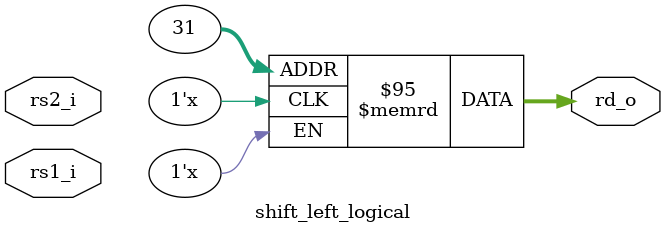
<source format=sv>
module shift_left_logical(
	input logic [31:0] rs1_i, rs2_i,
	output logic [31:0] rd_o
	);
	

	logic [31:0] cond;
	decode_dif DE0(.N_i(rs2_i), .Y_o(cond));
	
	logic [31:0] temp [32];
	
	mux2to1_32bit M0(rs1_i, {  rs1_i[31:1], 1'b0}, cond[0], temp[0]); 
	mux2to1_32bit M1(temp[0], {  temp[0][31:1], 1'b0}, cond[1], temp[1]); 
	mux2to1_32bit M2(temp[1], {  temp[1][31:1], 1'b0}, cond[2], temp[2]); 
	mux2to1_32bit M3(temp[2], {  temp[2][31:1], 1'b0}, cond[3], temp[3]); 
	mux2to1_32bit M4(temp[3], {  temp[3][31:1], 1'b0}, cond[4], temp[4]); 
	mux2to1_32bit M5(temp[4], {  temp[4][31:1], 1'b0}, cond[5], temp[5]); 
	mux2to1_32bit M6(temp[5], {  temp[5][31:1], 1'b0}, cond[6], temp[6]); 
	mux2to1_32bit M7(temp[6], {  temp[6][31:1], 1'b0}, cond[7], temp[7]); 
	mux2to1_32bit M8(temp[7], {  temp[7][31:1], 1'b0}, cond[8], temp[8]); 
	mux2to1_32bit M9(temp[8], {  temp[8][31:1], 1'b0}, cond[9], temp[9]); 
	mux2to1_32bit M10(temp[9], {  temp[9][31:1], 1'b0}, cond[10], temp[10]); 
	mux2to1_32bit M11(temp[10], {  temp[10][31:1], 1'b0}, cond[11], temp[11]); 
	mux2to1_32bit M12(temp[11], {  temp[11][31:1], 1'b0}, cond[12], temp[12]); 
	mux2to1_32bit M13(temp[12], {  temp[12][31:1], 1'b0}, cond[13], temp[13]); 
	mux2to1_32bit M14(temp[13], {  temp[13][31:1], 1'b0}, cond[14], temp[14]); 
	mux2to1_32bit M15(temp[14], {  temp[14][31:1], 1'b0}, cond[15], temp[15]); 
	mux2to1_32bit M16(temp[15], {  temp[15][31:1], 1'b0}, cond[16], temp[16]); 
	mux2to1_32bit M17(temp[16], {  temp[16][31:1], 1'b0}, cond[17], temp[17]); 
	mux2to1_32bit M18(temp[17], {  temp[17][31:1], 1'b0}, cond[18], temp[18]); 
	mux2to1_32bit M19(temp[18], {  temp[18][31:1], 1'b0}, cond[19], temp[19]); 
	mux2to1_32bit M20(temp[19], {  temp[19][31:1], 1'b0}, cond[20], temp[20]); 
	mux2to1_32bit M21(temp[20], {  temp[20][31:1], 1'b0}, cond[21], temp[21]); 
	mux2to1_32bit M22(temp[21], {  temp[21][31:1], 1'b0}, cond[22], temp[22]); 
	mux2to1_32bit M23(temp[22], {  temp[22][31:1], 1'b0}, cond[23], temp[23]); 
	mux2to1_32bit M24(temp[23], {  temp[23][31:1], 1'b0}, cond[24], temp[24]); 
	mux2to1_32bit M25(temp[24], {  temp[24][31:1], 1'b0}, cond[25], temp[25]); 
	mux2to1_32bit M26(temp[25], {  temp[25][31:1], 1'b0}, cond[26], temp[26]); 
	mux2to1_32bit M27(temp[26], {  temp[26][31:1], 1'b0}, cond[27], temp[27]); 
	mux2to1_32bit M28(temp[27], {  temp[27][31:1], 1'b0}, cond[28], temp[28]); 
	mux2to1_32bit M29(temp[28], {  temp[28][31:1], 1'b0}, cond[29], temp[29]); 
	mux2to1_32bit M30(temp[29], {  temp[29][31:1], 1'b0}, cond[30], temp[30]); 
	mux2to1_32bit M31(temp[30], {  temp[30][31:1], 1'b0}, cond[31], temp[31]); 
	
	assign rd_o = temp[31];
	
endmodule


</source>
